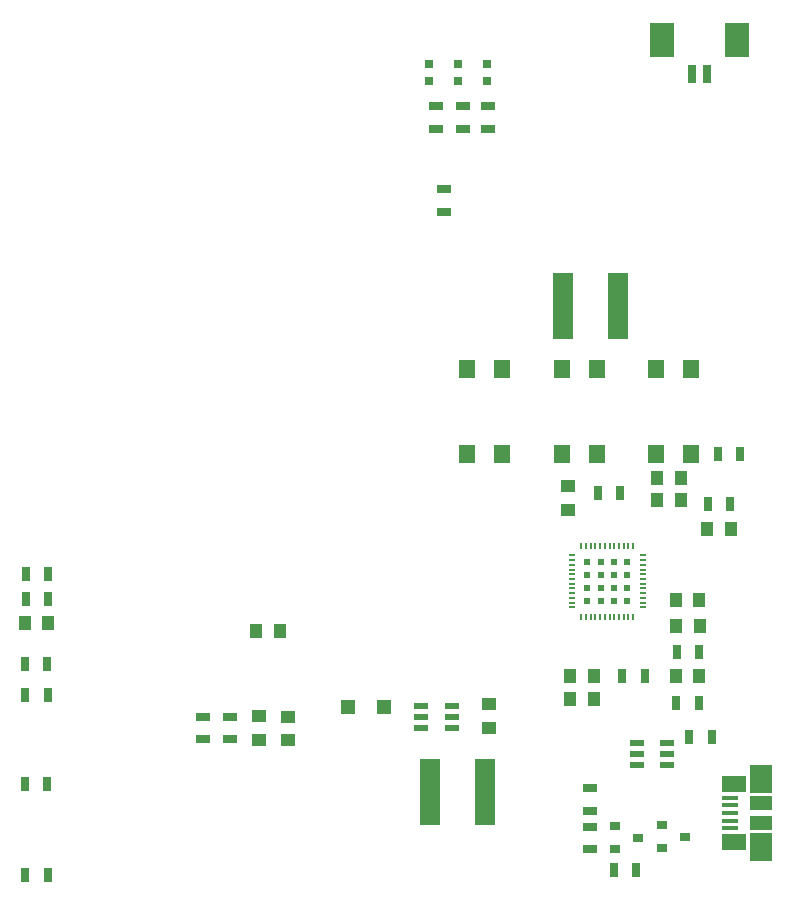
<source format=gbr>
G04 #@! TF.FileFunction,Paste,Top*
%FSLAX46Y46*%
G04 Gerber Fmt 4.6, Leading zero omitted, Abs format (unit mm)*
G04 Created by KiCad (PCBNEW 4.0.6) date Monday, July 30, 2018 'PMt' 08:55:28 PM*
%MOMM*%
%LPD*%
G01*
G04 APERTURE LIST*
%ADD10C,0.100000*%
%ADD11R,0.800000X1.600000*%
%ADD12R,2.100000X3.000000*%
%ADD13R,0.797560X0.797560*%
%ADD14R,1.300000X0.700000*%
%ADD15R,1.380000X0.450000*%
%ADD16R,2.100000X1.475000*%
%ADD17R,1.900000X2.375000*%
%ADD18R,1.900000X1.175000*%
%ADD19R,0.700000X1.300000*%
%ADD20R,1.400000X1.600000*%
%ADD21R,1.000000X1.250000*%
%ADD22R,1.250000X1.000000*%
%ADD23R,1.200000X0.600000*%
%ADD24R,1.800000X5.700000*%
%ADD25R,0.900000X0.800000*%
%ADD26R,1.250000X1.220000*%
%ADD27R,0.610000X0.190000*%
%ADD28R,0.190000X0.610000*%
%ADD29R,0.194000X0.626000*%
%ADD30R,0.600750X0.600750*%
G04 APERTURE END LIST*
D10*
D11*
X167624000Y-63671800D03*
D12*
X171434000Y-60750800D03*
X165084000Y-60750800D03*
D11*
X168894000Y-63671800D03*
D13*
X147828000Y-64300100D03*
X147828000Y-62801500D03*
D14*
X145999200Y-66410800D03*
X145999200Y-68310800D03*
D13*
X150266400Y-64300100D03*
X150266400Y-62801500D03*
D14*
X150368000Y-68310800D03*
X150368000Y-66410800D03*
X148285200Y-68310800D03*
X148285200Y-66410800D03*
D15*
X170882000Y-127538000D03*
X170882000Y-126888000D03*
X170882000Y-126238000D03*
X170882000Y-125588000D03*
X170882000Y-124938000D03*
D16*
X171242000Y-128700500D03*
X171242000Y-123775500D03*
D17*
X173542000Y-129148000D03*
X173542000Y-123328000D03*
D18*
X173542000Y-127078000D03*
X173542000Y-125398000D03*
D19*
X162925800Y-131038600D03*
X161025800Y-131038600D03*
D20*
X148614000Y-95827400D03*
X151614000Y-95827400D03*
X148614000Y-88627400D03*
X151614000Y-88627400D03*
X156615000Y-95827400D03*
X159615000Y-95827400D03*
X156615000Y-88627400D03*
X159615000Y-88627400D03*
D19*
X113065600Y-113639600D03*
X111165600Y-113639600D03*
D13*
X145389600Y-64300100D03*
X145389600Y-62801500D03*
D14*
X146659600Y-75346600D03*
X146659600Y-73446600D03*
D21*
X164735000Y-99720400D03*
X166735000Y-99720400D03*
X164735000Y-97840800D03*
X166735000Y-97840800D03*
D22*
X157175200Y-98568000D03*
X157175200Y-100568000D03*
X150469600Y-119033800D03*
X150469600Y-117033800D03*
D21*
X168284400Y-114655600D03*
X166284400Y-114655600D03*
X168284400Y-108204000D03*
X166284400Y-108204000D03*
D22*
X133477000Y-118075200D03*
X133477000Y-120075200D03*
X131013200Y-118024400D03*
X131013200Y-120024400D03*
D21*
X168335200Y-110439200D03*
X166335200Y-110439200D03*
D19*
X161579600Y-99110800D03*
X159679600Y-99110800D03*
X168976000Y-100076000D03*
X170876000Y-100076000D03*
X161762400Y-114681000D03*
X163662400Y-114681000D03*
X111216400Y-131470400D03*
X113116400Y-131470400D03*
X111216400Y-116230400D03*
X113116400Y-116230400D03*
X168285200Y-112572800D03*
X166385200Y-112572800D03*
X166334400Y-116941600D03*
X168234400Y-116941600D03*
D14*
X126238000Y-118074400D03*
X126238000Y-119974400D03*
X128574800Y-118099800D03*
X128574800Y-119999800D03*
D23*
X144750000Y-117160000D03*
X144750000Y-118110000D03*
X144750000Y-119060000D03*
X147350000Y-119060000D03*
X147350000Y-117160000D03*
X147350000Y-118110000D03*
D19*
X113167200Y-106019600D03*
X111267200Y-106019600D03*
X113167200Y-108102400D03*
X111267200Y-108102400D03*
D21*
X111166400Y-110185200D03*
X113166400Y-110185200D03*
X159369000Y-114681000D03*
X157369000Y-114681000D03*
X159369000Y-116586000D03*
X157369000Y-116586000D03*
X170926000Y-102158800D03*
X168926000Y-102158800D03*
D19*
X169326600Y-119811800D03*
X167426600Y-119811800D03*
D23*
X162961800Y-120284200D03*
X162961800Y-121234200D03*
X162961800Y-122184200D03*
X165561800Y-122184200D03*
X165561800Y-120284200D03*
X165561800Y-121234200D03*
D24*
X161404800Y-83286600D03*
X156704800Y-83286600D03*
X150152600Y-124485400D03*
X145452600Y-124485400D03*
D20*
X164590600Y-95827400D03*
X167590600Y-95827400D03*
X164590600Y-88627400D03*
X167590600Y-88627400D03*
D25*
X161102800Y-127370800D03*
X161102800Y-129270800D03*
X163102800Y-128320800D03*
X165090600Y-127294600D03*
X165090600Y-129194600D03*
X167090600Y-128244600D03*
D19*
X171765000Y-95834200D03*
X169865000Y-95834200D03*
X111191000Y-123825000D03*
X113091000Y-123825000D03*
D14*
X159054800Y-126045000D03*
X159054800Y-124145000D03*
X159054800Y-127396200D03*
X159054800Y-129296200D03*
D21*
X132775200Y-110794800D03*
X130775200Y-110794800D03*
D26*
X138555600Y-117246400D03*
X141555600Y-117246400D03*
D27*
X157477200Y-104429200D03*
X157477200Y-104829200D03*
X157477200Y-105229200D03*
X157477200Y-105629200D03*
X157477200Y-106029200D03*
X157477200Y-106429200D03*
X157477200Y-106829200D03*
X157477200Y-107229200D03*
X157477200Y-107629200D03*
X157477200Y-108029200D03*
X157477200Y-108429200D03*
X157477200Y-108829200D03*
D28*
X158277200Y-109629200D03*
X158677200Y-109629200D03*
X159077200Y-109629200D03*
X159477200Y-109629200D03*
X159877200Y-109629200D03*
X160277200Y-109629200D03*
X160677200Y-109629200D03*
X161077200Y-109629200D03*
X161477200Y-109629200D03*
X161877200Y-109629200D03*
X162277200Y-109629200D03*
X162677200Y-109629200D03*
D27*
X163477200Y-108829200D03*
X163477200Y-108429200D03*
X163477200Y-108029200D03*
X163477200Y-107629200D03*
X163477200Y-107229200D03*
X163477200Y-106829200D03*
X163477200Y-106429200D03*
X163477200Y-106029200D03*
X163477200Y-105629200D03*
X163477200Y-105229200D03*
X163477200Y-104829200D03*
X163477200Y-104429200D03*
D28*
X162677200Y-103629200D03*
D29*
X162277200Y-103629200D03*
D28*
X161877200Y-103629200D03*
X161477200Y-103629200D03*
X161077200Y-103629200D03*
X160677200Y-103629200D03*
X160277200Y-103629200D03*
X159877200Y-103629200D03*
X159477200Y-103629200D03*
X159077200Y-103629200D03*
X158677200Y-103629200D03*
X158277200Y-103629200D03*
D30*
X162145950Y-108297950D03*
X162145950Y-107185450D03*
X162145950Y-106072950D03*
X162145950Y-104960450D03*
X161033450Y-108297950D03*
X161033450Y-107185450D03*
X161033450Y-106072950D03*
X161033450Y-104960450D03*
X159920950Y-108297950D03*
X159920950Y-107185450D03*
X159920950Y-106072950D03*
X159920950Y-104960450D03*
X158808450Y-108297950D03*
X158808450Y-107185450D03*
X158808450Y-106072950D03*
X158808450Y-104960450D03*
M02*

</source>
